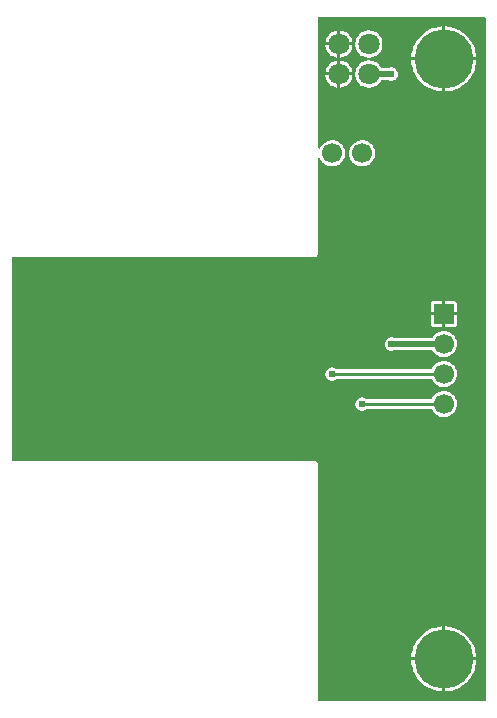
<source format=gtl>
G04 Layer: TopLayer*
G04 EasyEDA v6.5.32, 2023-07-25 14:04:49*
G04 6491edecb3f74ba59fc972a52df51078,5a6b42c53f6a479593ecc07194224c93,10*
G04 Gerber Generator version 0.2*
G04 Scale: 100 percent, Rotated: No, Reflected: No *
G04 Dimensions in millimeters *
G04 leading zeros omitted , absolute positions ,4 integer and 5 decimal *
%FSLAX45Y45*%
%MOMM*%

%ADD10C,0.5000*%
%ADD11C,0.2540*%
%ADD12R,1.7000X1.7000*%
%ADD13C,1.7000*%
%ADD14C,5.0000*%
%ADD15C,1.8000*%
%ADD16C,0.6096*%
%ADD17C,0.0171*%

%LPD*%
G36*
X4404868Y25908D02*
G01*
X4400956Y26670D01*
X4397705Y28905D01*
X4395470Y32156D01*
X4394708Y36068D01*
X4394708Y2031390D01*
X4393895Y2037892D01*
X4391812Y2043430D01*
X4388256Y2048560D01*
X4385259Y2051608D01*
X4381652Y2054250D01*
X4376115Y2056739D01*
X4368647Y2057907D01*
X1814068Y2057907D01*
X1810156Y2058670D01*
X1806905Y2060905D01*
X1804670Y2064156D01*
X1803907Y2068068D01*
X1803907Y3773932D01*
X1804670Y3777843D01*
X1806905Y3781094D01*
X1810156Y3783329D01*
X1814068Y3784092D01*
X4368190Y3784092D01*
X4374692Y3784904D01*
X4380230Y3786987D01*
X4385360Y3790543D01*
X4388408Y3793540D01*
X4391050Y3797147D01*
X4393539Y3802684D01*
X4394708Y3810152D01*
X4394708Y4611878D01*
X4395470Y4615789D01*
X4397705Y4619091D01*
X4401007Y4621276D01*
X4404918Y4622038D01*
X4408830Y4621225D01*
X4412081Y4618990D01*
X4414266Y4615688D01*
X4414926Y4614062D01*
X4421936Y4601667D01*
X4430420Y4590288D01*
X4440275Y4580077D01*
X4451400Y4571238D01*
X4463542Y4563872D01*
X4476546Y4558080D01*
X4490161Y4554067D01*
X4504182Y4551781D01*
X4518406Y4551324D01*
X4532528Y4552696D01*
X4546396Y4555845D01*
X4559757Y4560773D01*
X4572355Y4567326D01*
X4583988Y4575454D01*
X4594504Y4585004D01*
X4603699Y4595825D01*
X4611471Y4607763D01*
X4617618Y4620564D01*
X4622088Y4634026D01*
X4624832Y4647996D01*
X4625746Y4662170D01*
X4624832Y4676343D01*
X4622088Y4690313D01*
X4617618Y4703775D01*
X4611471Y4716576D01*
X4603699Y4728514D01*
X4594504Y4739335D01*
X4583988Y4748885D01*
X4572355Y4757013D01*
X4559757Y4763566D01*
X4546396Y4768494D01*
X4532528Y4771644D01*
X4518406Y4773015D01*
X4504182Y4772558D01*
X4490161Y4770272D01*
X4476546Y4766208D01*
X4463542Y4760468D01*
X4451400Y4753102D01*
X4440275Y4744262D01*
X4430420Y4734052D01*
X4421936Y4722672D01*
X4414926Y4710277D01*
X4414266Y4708652D01*
X4412081Y4705350D01*
X4408830Y4703114D01*
X4404918Y4702302D01*
X4401007Y4703064D01*
X4397705Y4705248D01*
X4395470Y4708550D01*
X4394708Y4712462D01*
X4394708Y5805932D01*
X4395470Y5809843D01*
X4397705Y5813094D01*
X4400956Y5815330D01*
X4404868Y5816092D01*
X5805932Y5816092D01*
X5809843Y5815330D01*
X5813094Y5813094D01*
X5815330Y5809843D01*
X5816092Y5805932D01*
X5816092Y36068D01*
X5815330Y32156D01*
X5813094Y28905D01*
X5809843Y26670D01*
X5805932Y25908D01*
G37*

%LPC*%
G36*
X4584700Y5600700D02*
G01*
X4687112Y5600700D01*
X4686960Y5602528D01*
X4684268Y5616803D01*
X4679746Y5630672D01*
X4673549Y5643829D01*
X4665776Y5656122D01*
X4656480Y5667349D01*
X4645863Y5677306D01*
X4634077Y5685840D01*
X4621326Y5692851D01*
X4607814Y5698236D01*
X4593691Y5701842D01*
X4584700Y5702960D01*
G37*
G36*
X5448300Y105613D02*
G01*
X5448300Y368300D01*
X5185410Y368300D01*
X5187289Y346405D01*
X5191150Y323646D01*
X5196890Y301244D01*
X5204460Y279450D01*
X5213858Y258317D01*
X5224983Y238099D01*
X5237784Y218846D01*
X5252161Y200710D01*
X5267960Y183896D01*
X5285130Y168402D01*
X5303520Y154432D01*
X5323027Y142087D01*
X5343499Y131368D01*
X5364835Y122428D01*
X5386781Y115265D01*
X5409285Y109982D01*
X5432145Y106629D01*
G37*
G36*
X5473700Y393700D02*
G01*
X5736336Y393700D01*
X5735929Y404063D01*
X5733034Y427024D01*
X5728208Y449630D01*
X5721553Y471728D01*
X5713018Y493217D01*
X5702757Y513892D01*
X5690819Y533704D01*
X5677204Y552348D01*
X5662117Y569874D01*
X5645607Y586028D01*
X5627827Y600760D01*
X5608828Y613968D01*
X5588812Y625500D01*
X5567934Y635355D01*
X5546242Y643382D01*
X5523992Y649630D01*
X5501284Y653948D01*
X5478322Y656336D01*
X5473700Y656437D01*
G37*
G36*
X5185410Y393700D02*
G01*
X5448300Y393700D01*
X5448300Y656386D01*
X5432145Y655370D01*
X5409285Y652018D01*
X5386781Y646734D01*
X5364835Y639572D01*
X5343499Y630631D01*
X5323027Y619912D01*
X5303520Y607568D01*
X5285130Y593598D01*
X5267960Y578104D01*
X5252161Y561289D01*
X5237784Y543153D01*
X5224983Y523900D01*
X5213858Y503682D01*
X5204460Y482549D01*
X5196890Y460756D01*
X5191150Y438353D01*
X5187289Y415594D01*
G37*
G36*
X5461000Y2429103D02*
G01*
X5475173Y2430018D01*
X5489143Y2432761D01*
X5502605Y2437231D01*
X5515406Y2443378D01*
X5527344Y2451150D01*
X5538165Y2460345D01*
X5547715Y2470861D01*
X5555843Y2482494D01*
X5562396Y2495092D01*
X5567324Y2508453D01*
X5570474Y2522321D01*
X5571845Y2536444D01*
X5571388Y2550668D01*
X5569102Y2564688D01*
X5565089Y2578303D01*
X5559298Y2591308D01*
X5551932Y2603449D01*
X5543092Y2614574D01*
X5532882Y2624429D01*
X5521502Y2632913D01*
X5509107Y2639923D01*
X5495950Y2645257D01*
X5482183Y2648864D01*
X5468112Y2650642D01*
X5453888Y2650642D01*
X5439816Y2648864D01*
X5426049Y2645257D01*
X5412892Y2639923D01*
X5400497Y2632913D01*
X5389118Y2624429D01*
X5378907Y2614574D01*
X5370068Y2603449D01*
X5362702Y2591308D01*
X5359755Y2584653D01*
X5357520Y2581452D01*
X5354269Y2579319D01*
X5350459Y2578557D01*
X4813858Y2578557D01*
X4809947Y2579370D01*
X4806645Y2581554D01*
X4805070Y2583129D01*
X4797044Y2588768D01*
X4788103Y2592933D01*
X4778654Y2595473D01*
X4768850Y2596337D01*
X4759045Y2595473D01*
X4749596Y2592933D01*
X4740656Y2588768D01*
X4732629Y2583129D01*
X4725670Y2576220D01*
X4720031Y2568143D01*
X4715916Y2559253D01*
X4713376Y2549753D01*
X4712512Y2539949D01*
X4713376Y2530195D01*
X4715916Y2520696D01*
X4720031Y2511806D01*
X4725670Y2503728D01*
X4732629Y2496820D01*
X4740656Y2491181D01*
X4749596Y2487015D01*
X4759045Y2484475D01*
X4768850Y2483612D01*
X4778654Y2484475D01*
X4788103Y2487015D01*
X4797044Y2491181D01*
X4805070Y2496820D01*
X4806645Y2498394D01*
X4809947Y2500579D01*
X4813858Y2501341D01*
X5350205Y2501341D01*
X5353812Y2500680D01*
X5356961Y2498801D01*
X5359247Y2495905D01*
X5366156Y2482494D01*
X5374284Y2470861D01*
X5383834Y2460345D01*
X5394655Y2451150D01*
X5406593Y2443378D01*
X5419394Y2437231D01*
X5432856Y2432761D01*
X5446826Y2430018D01*
G37*
G36*
X4456887Y5600700D02*
G01*
X4559300Y5600700D01*
X4559300Y5702960D01*
X4550308Y5701842D01*
X4536186Y5698236D01*
X4522673Y5692851D01*
X4509922Y5685840D01*
X4498136Y5677306D01*
X4487519Y5667349D01*
X4478223Y5656122D01*
X4470450Y5643829D01*
X4464253Y5630672D01*
X4459732Y5616803D01*
X4457039Y5602528D01*
G37*
G36*
X5185410Y5473700D02*
G01*
X5448300Y5473700D01*
X5448300Y5736386D01*
X5432145Y5735370D01*
X5409285Y5732018D01*
X5386781Y5726734D01*
X5364835Y5719572D01*
X5343499Y5710631D01*
X5323027Y5699912D01*
X5303520Y5687568D01*
X5285130Y5673598D01*
X5267960Y5658104D01*
X5252161Y5641289D01*
X5237784Y5623153D01*
X5224983Y5603900D01*
X5213858Y5583682D01*
X5204460Y5562549D01*
X5196890Y5540756D01*
X5191150Y5518353D01*
X5187289Y5495594D01*
G37*
G36*
X5461000Y2683103D02*
G01*
X5475173Y2684018D01*
X5489143Y2686761D01*
X5502605Y2691231D01*
X5515406Y2697378D01*
X5527344Y2705150D01*
X5538165Y2714345D01*
X5547715Y2724861D01*
X5555843Y2736494D01*
X5562396Y2749092D01*
X5567324Y2762453D01*
X5570474Y2776321D01*
X5571845Y2790444D01*
X5571388Y2804668D01*
X5569102Y2818688D01*
X5565089Y2832303D01*
X5559298Y2845308D01*
X5551932Y2857449D01*
X5543092Y2868574D01*
X5532882Y2878429D01*
X5521502Y2886913D01*
X5509107Y2893923D01*
X5495950Y2899257D01*
X5482183Y2902864D01*
X5468112Y2904642D01*
X5453888Y2904642D01*
X5439816Y2902864D01*
X5426049Y2899257D01*
X5412892Y2893923D01*
X5400497Y2886913D01*
X5389118Y2878429D01*
X5378907Y2868574D01*
X5370068Y2857449D01*
X5362702Y2845308D01*
X5359755Y2838653D01*
X5357520Y2835452D01*
X5354269Y2833319D01*
X5350459Y2832557D01*
X4559858Y2832557D01*
X4555947Y2833370D01*
X4552645Y2835554D01*
X4551070Y2837129D01*
X4543044Y2842768D01*
X4534103Y2846933D01*
X4524654Y2849473D01*
X4514850Y2850337D01*
X4505045Y2849473D01*
X4495596Y2846933D01*
X4486656Y2842768D01*
X4478629Y2837129D01*
X4471670Y2830220D01*
X4466031Y2822143D01*
X4461916Y2813253D01*
X4459376Y2803753D01*
X4458512Y2793949D01*
X4459376Y2784195D01*
X4461916Y2774696D01*
X4466031Y2765806D01*
X4471670Y2757728D01*
X4478629Y2750820D01*
X4486656Y2745181D01*
X4495596Y2741015D01*
X4505045Y2738475D01*
X4514850Y2737612D01*
X4524654Y2738475D01*
X4534103Y2741015D01*
X4543044Y2745181D01*
X4551070Y2750820D01*
X4552645Y2752394D01*
X4555947Y2754579D01*
X4559858Y2755341D01*
X5350205Y2755341D01*
X5353812Y2754680D01*
X5356961Y2752801D01*
X5359247Y2749905D01*
X5366156Y2736494D01*
X5374284Y2724861D01*
X5383834Y2714345D01*
X5394655Y2705150D01*
X5406593Y2697378D01*
X5419394Y2691231D01*
X5432856Y2686761D01*
X5446826Y2684018D01*
G37*
G36*
X5473700Y5473700D02*
G01*
X5736336Y5473700D01*
X5735929Y5484063D01*
X5733034Y5507024D01*
X5728208Y5529630D01*
X5721553Y5551728D01*
X5713018Y5573217D01*
X5702757Y5593892D01*
X5690819Y5613704D01*
X5677204Y5632348D01*
X5662117Y5649874D01*
X5645607Y5666028D01*
X5627827Y5680760D01*
X5608828Y5693968D01*
X5588812Y5705500D01*
X5567934Y5715355D01*
X5546242Y5723382D01*
X5523992Y5729630D01*
X5501284Y5733948D01*
X5478322Y5736336D01*
X5473700Y5736437D01*
G37*
G36*
X4584700Y5473039D02*
G01*
X4593691Y5474157D01*
X4607814Y5477764D01*
X4621326Y5483148D01*
X4634077Y5490159D01*
X4645863Y5498693D01*
X4656480Y5508650D01*
X4665776Y5519877D01*
X4673549Y5532170D01*
X4679746Y5545328D01*
X4684268Y5559196D01*
X4686960Y5573471D01*
X4687112Y5575300D01*
X4584700Y5575300D01*
G37*
G36*
X5461000Y2937103D02*
G01*
X5475173Y2938018D01*
X5489143Y2940761D01*
X5502605Y2945231D01*
X5515406Y2951378D01*
X5527344Y2959150D01*
X5538165Y2968345D01*
X5547715Y2978861D01*
X5555843Y2990494D01*
X5562396Y3003092D01*
X5567324Y3016453D01*
X5570474Y3030321D01*
X5571845Y3044444D01*
X5571388Y3058668D01*
X5569102Y3072688D01*
X5565089Y3086303D01*
X5559298Y3099308D01*
X5551932Y3111449D01*
X5543092Y3122574D01*
X5532882Y3132429D01*
X5521502Y3140913D01*
X5509107Y3147923D01*
X5495950Y3153257D01*
X5482183Y3156864D01*
X5468112Y3158642D01*
X5453888Y3158642D01*
X5439816Y3156864D01*
X5426049Y3153257D01*
X5412892Y3147923D01*
X5400497Y3140913D01*
X5389118Y3132429D01*
X5378907Y3122574D01*
X5370068Y3111449D01*
X5365394Y3103778D01*
X5363159Y3101187D01*
X5360111Y3099460D01*
X5356707Y3098901D01*
X5042408Y3098901D01*
X5038090Y3099816D01*
X5035753Y3100933D01*
X5026304Y3103473D01*
X5016500Y3104337D01*
X5006695Y3103473D01*
X4997246Y3100933D01*
X4988306Y3096768D01*
X4980279Y3091129D01*
X4973320Y3084220D01*
X4967681Y3076143D01*
X4963566Y3067253D01*
X4961026Y3057753D01*
X4960162Y3047949D01*
X4961026Y3038195D01*
X4963566Y3028696D01*
X4967681Y3019806D01*
X4973320Y3011728D01*
X4980279Y3004820D01*
X4988306Y2999181D01*
X4997246Y2995015D01*
X5006695Y2992475D01*
X5016500Y2991612D01*
X5026304Y2992475D01*
X5035753Y2995015D01*
X5038090Y2996133D01*
X5042408Y2997047D01*
X5356606Y2997047D01*
X5360212Y2996387D01*
X5363362Y2994507D01*
X5374284Y2978861D01*
X5383834Y2968345D01*
X5394655Y2959150D01*
X5406593Y2951378D01*
X5419394Y2945231D01*
X5432856Y2940761D01*
X5446826Y2938018D01*
G37*
G36*
X4559300Y5473039D02*
G01*
X4559300Y5575300D01*
X4456887Y5575300D01*
X4457039Y5573471D01*
X4459732Y5559196D01*
X4464253Y5545328D01*
X4470450Y5532170D01*
X4478223Y5519877D01*
X4487519Y5508650D01*
X4498136Y5498693D01*
X4509922Y5490159D01*
X4522673Y5483148D01*
X4536186Y5477764D01*
X4550308Y5474157D01*
G37*
G36*
X4818735Y5472328D02*
G01*
X4833264Y5472328D01*
X4847691Y5474157D01*
X4861814Y5477764D01*
X4875326Y5483148D01*
X4888077Y5490159D01*
X4899863Y5498693D01*
X4910480Y5508650D01*
X4919776Y5519877D01*
X4927549Y5532170D01*
X4933746Y5545328D01*
X4938268Y5559196D01*
X4940960Y5573471D01*
X4941874Y5588000D01*
X4940960Y5602528D01*
X4938268Y5616803D01*
X4933746Y5630672D01*
X4927549Y5643829D01*
X4919776Y5656122D01*
X4910480Y5667349D01*
X4899863Y5677306D01*
X4888077Y5685840D01*
X4875326Y5692851D01*
X4861814Y5698236D01*
X4847691Y5701842D01*
X4833264Y5703671D01*
X4818735Y5703671D01*
X4804308Y5701842D01*
X4790186Y5698236D01*
X4776673Y5692851D01*
X4763922Y5685840D01*
X4752136Y5677306D01*
X4741519Y5667349D01*
X4732223Y5656122D01*
X4724450Y5643829D01*
X4718253Y5630672D01*
X4713732Y5616803D01*
X4711039Y5602528D01*
X4710125Y5588000D01*
X4711039Y5573471D01*
X4713732Y5559196D01*
X4718253Y5545328D01*
X4724450Y5532170D01*
X4732223Y5519877D01*
X4741519Y5508650D01*
X4752136Y5498693D01*
X4763922Y5490159D01*
X4776673Y5483148D01*
X4790186Y5477764D01*
X4804308Y5474157D01*
G37*
G36*
X5376570Y3191103D02*
G01*
X5448300Y3191103D01*
X5448300Y3289300D01*
X5350103Y3289300D01*
X5350103Y3217570D01*
X5350814Y3211271D01*
X5352694Y3205784D01*
X5355793Y3200908D01*
X5359908Y3196793D01*
X5364784Y3193694D01*
X5370271Y3191814D01*
G37*
G36*
X5473700Y3191103D02*
G01*
X5545429Y3191103D01*
X5551728Y3191814D01*
X5557215Y3193694D01*
X5562092Y3196793D01*
X5566206Y3200908D01*
X5569305Y3205784D01*
X5571185Y3211271D01*
X5571896Y3217570D01*
X5571896Y3289300D01*
X5473700Y3289300D01*
G37*
G36*
X5350103Y3314700D02*
G01*
X5448300Y3314700D01*
X5448300Y3412896D01*
X5376570Y3412896D01*
X5370271Y3412185D01*
X5364784Y3410305D01*
X5359908Y3407206D01*
X5355793Y3403092D01*
X5352694Y3398215D01*
X5350814Y3392728D01*
X5350103Y3386429D01*
G37*
G36*
X5473700Y3314700D02*
G01*
X5571896Y3314700D01*
X5571896Y3386429D01*
X5571185Y3392728D01*
X5569305Y3398215D01*
X5566206Y3403092D01*
X5562092Y3407206D01*
X5557215Y3410305D01*
X5551728Y3412185D01*
X5545429Y3412896D01*
X5473700Y3412896D01*
G37*
G36*
X5473700Y105562D02*
G01*
X5478322Y105664D01*
X5501284Y108051D01*
X5523992Y112369D01*
X5546242Y118618D01*
X5567934Y126644D01*
X5588812Y136499D01*
X5608828Y148031D01*
X5627827Y161239D01*
X5645607Y175971D01*
X5662117Y192125D01*
X5677204Y209600D01*
X5690819Y228295D01*
X5702757Y248107D01*
X5713018Y268782D01*
X5721553Y290271D01*
X5728208Y312369D01*
X5733034Y334975D01*
X5735929Y357936D01*
X5736336Y368300D01*
X5473700Y368300D01*
G37*
G36*
X4456887Y5346700D02*
G01*
X4559300Y5346700D01*
X4559300Y5448960D01*
X4550308Y5447842D01*
X4536186Y5444236D01*
X4522673Y5438851D01*
X4509922Y5431840D01*
X4498136Y5423306D01*
X4487519Y5413349D01*
X4478223Y5402122D01*
X4470450Y5389829D01*
X4464253Y5376672D01*
X4459732Y5362803D01*
X4457039Y5348528D01*
G37*
G36*
X4584700Y5346700D02*
G01*
X4687112Y5346700D01*
X4686960Y5348528D01*
X4684268Y5362803D01*
X4679746Y5376672D01*
X4673549Y5389829D01*
X4665776Y5402122D01*
X4656480Y5413349D01*
X4645863Y5423306D01*
X4634077Y5431840D01*
X4621326Y5438851D01*
X4607814Y5444236D01*
X4593691Y5447842D01*
X4584700Y5448960D01*
G37*
G36*
X5473700Y5185562D02*
G01*
X5478322Y5185664D01*
X5501284Y5188051D01*
X5523992Y5192369D01*
X5546242Y5198618D01*
X5567934Y5206644D01*
X5588812Y5216499D01*
X5608828Y5228031D01*
X5627827Y5241239D01*
X5645607Y5255971D01*
X5662117Y5272125D01*
X5677204Y5289600D01*
X5690819Y5308295D01*
X5702757Y5328107D01*
X5713018Y5348782D01*
X5721553Y5370271D01*
X5728208Y5392369D01*
X5733034Y5414975D01*
X5735929Y5437936D01*
X5736336Y5448300D01*
X5473700Y5448300D01*
G37*
G36*
X5448300Y5185613D02*
G01*
X5448300Y5448300D01*
X5185410Y5448300D01*
X5187289Y5426405D01*
X5191150Y5403646D01*
X5196890Y5381244D01*
X5204460Y5359450D01*
X5213858Y5338318D01*
X5224983Y5318099D01*
X5237784Y5298846D01*
X5252161Y5280710D01*
X5267960Y5263896D01*
X5285130Y5248402D01*
X5303520Y5234432D01*
X5323027Y5222087D01*
X5343499Y5211368D01*
X5364835Y5202428D01*
X5386781Y5195265D01*
X5409285Y5189982D01*
X5432145Y5186629D01*
G37*
G36*
X4818735Y5218328D02*
G01*
X4833264Y5218328D01*
X4847691Y5220157D01*
X4861814Y5223764D01*
X4875326Y5229148D01*
X4888077Y5236159D01*
X4899863Y5244693D01*
X4910480Y5254650D01*
X4919776Y5265877D01*
X4927701Y5278374D01*
X4929936Y5280914D01*
X4932934Y5282539D01*
X4936286Y5283098D01*
X4990592Y5283098D01*
X4994910Y5282133D01*
X4997246Y5281066D01*
X5006695Y5278526D01*
X5016500Y5277662D01*
X5026304Y5278526D01*
X5035753Y5281066D01*
X5044694Y5285181D01*
X5052720Y5290820D01*
X5059680Y5297779D01*
X5065318Y5305806D01*
X5069433Y5314746D01*
X5071973Y5324195D01*
X5072837Y5334000D01*
X5071973Y5343804D01*
X5069433Y5353253D01*
X5065318Y5362194D01*
X5059680Y5370220D01*
X5052720Y5377180D01*
X5044694Y5382818D01*
X5035753Y5386933D01*
X5026304Y5389473D01*
X5016500Y5390337D01*
X5006695Y5389473D01*
X4997246Y5386933D01*
X4994910Y5385866D01*
X4990592Y5384901D01*
X4936286Y5384901D01*
X4932934Y5385460D01*
X4929936Y5387086D01*
X4927701Y5389626D01*
X4919776Y5402122D01*
X4910480Y5413349D01*
X4899863Y5423306D01*
X4888077Y5431840D01*
X4875326Y5438851D01*
X4861814Y5444236D01*
X4847691Y5447842D01*
X4833264Y5449671D01*
X4818735Y5449671D01*
X4804308Y5447842D01*
X4790186Y5444236D01*
X4776673Y5438851D01*
X4763922Y5431840D01*
X4752136Y5423306D01*
X4741519Y5413349D01*
X4732223Y5402122D01*
X4724450Y5389829D01*
X4718253Y5376672D01*
X4713732Y5362803D01*
X4711039Y5348528D01*
X4710125Y5334000D01*
X4711039Y5319471D01*
X4713732Y5305196D01*
X4718253Y5291328D01*
X4724450Y5278170D01*
X4732223Y5265877D01*
X4741519Y5254650D01*
X4752136Y5244693D01*
X4763922Y5236159D01*
X4776673Y5229148D01*
X4790186Y5223764D01*
X4804308Y5220157D01*
G37*
G36*
X4584700Y5219039D02*
G01*
X4593691Y5220157D01*
X4607814Y5223764D01*
X4621326Y5229148D01*
X4634077Y5236159D01*
X4645863Y5244693D01*
X4656480Y5254650D01*
X4665776Y5265877D01*
X4673549Y5278170D01*
X4679746Y5291328D01*
X4684268Y5305196D01*
X4686960Y5319471D01*
X4687112Y5321300D01*
X4584700Y5321300D01*
G37*
G36*
X4559300Y5219039D02*
G01*
X4559300Y5321300D01*
X4456887Y5321300D01*
X4457039Y5319471D01*
X4459732Y5305196D01*
X4464253Y5291328D01*
X4470450Y5278170D01*
X4478223Y5265877D01*
X4487519Y5254650D01*
X4498136Y5244693D01*
X4509922Y5236159D01*
X4522673Y5229148D01*
X4536186Y5223764D01*
X4550308Y5220157D01*
G37*
G36*
X4772406Y4551324D02*
G01*
X4786528Y4552696D01*
X4800396Y4555845D01*
X4813757Y4560773D01*
X4826355Y4567326D01*
X4837988Y4575454D01*
X4848504Y4585004D01*
X4857699Y4595825D01*
X4865471Y4607763D01*
X4871618Y4620564D01*
X4876088Y4634026D01*
X4878832Y4647996D01*
X4879746Y4662170D01*
X4878832Y4676343D01*
X4876088Y4690313D01*
X4871618Y4703775D01*
X4865471Y4716576D01*
X4857699Y4728514D01*
X4848504Y4739335D01*
X4837988Y4748885D01*
X4826355Y4757013D01*
X4813757Y4763566D01*
X4800396Y4768494D01*
X4786528Y4771644D01*
X4772406Y4773015D01*
X4758182Y4772558D01*
X4744161Y4770272D01*
X4730546Y4766208D01*
X4717542Y4760468D01*
X4705400Y4753102D01*
X4694275Y4744262D01*
X4684420Y4734052D01*
X4675936Y4722672D01*
X4668926Y4710277D01*
X4663592Y4697120D01*
X4659985Y4683353D01*
X4658207Y4669282D01*
X4658207Y4655058D01*
X4659985Y4640986D01*
X4663592Y4627219D01*
X4668926Y4614062D01*
X4675936Y4601667D01*
X4684420Y4590288D01*
X4694275Y4580077D01*
X4705400Y4571238D01*
X4717542Y4563872D01*
X4730546Y4558080D01*
X4744161Y4554067D01*
X4758182Y4551781D01*
G37*

%LPD*%
D10*
X5016500Y3047974D02*
G01*
X5461000Y3047974D01*
X4826000Y5334000D02*
G01*
X5016500Y5334000D01*
D11*
X4768850Y2539974D02*
G01*
X5461000Y2539974D01*
X4514850Y2793974D02*
G01*
X5461000Y2793974D01*
D12*
G01*
X5461000Y3302000D03*
D13*
G01*
X5461000Y3047974D03*
G01*
X5461000Y2793974D03*
G01*
X5461000Y2539974D03*
D14*
G01*
X5461000Y5461000D03*
G01*
X5461000Y381000D03*
D15*
G01*
X4572000Y5588000D03*
G01*
X4572000Y5334000D03*
G01*
X4826000Y5334000D03*
G01*
X4826000Y5588000D03*
D13*
G01*
X4514850Y4662170D03*
G01*
X4768850Y4662170D03*
D16*
G01*
X4514850Y2793974D03*
G01*
X4768850Y2539974D03*
G01*
X5016500Y3047974D03*
G01*
X5016500Y5334000D03*
M02*

</source>
